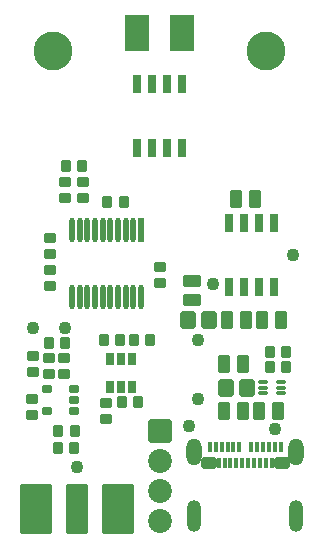
<source format=gts>
G04*
G04 #@! TF.GenerationSoftware,Altium Limited,Altium Designer,23.3.1 (30)*
G04*
G04 Layer_Color=8388736*
%FSLAX43Y43*%
%MOMM*%
G71*
G04*
G04 #@! TF.SameCoordinates,291B95C8-E4AE-492A-8979-900EF43719B7*
G04*
G04*
G04 #@! TF.FilePolarity,Negative*
G04*
G01*
G75*
G04:AMPARAMS|DCode=33|XSize=1.57mm|YSize=1.29mm|CornerRadius=0.169mm|HoleSize=0mm|Usage=FLASHONLY|Rotation=270.000|XOffset=0mm|YOffset=0mm|HoleType=Round|Shape=RoundedRectangle|*
%AMROUNDEDRECTD33*
21,1,1.570,0.952,0,0,270.0*
21,1,1.232,1.290,0,0,270.0*
1,1,0.338,-0.476,-0.616*
1,1,0.338,-0.476,0.616*
1,1,0.338,0.476,0.616*
1,1,0.338,0.476,-0.616*
%
%ADD33ROUNDEDRECTD33*%
G04:AMPARAMS|DCode=34|XSize=1.05mm|YSize=1.55mm|CornerRadius=0.145mm|HoleSize=0mm|Usage=FLASHONLY|Rotation=90.000|XOffset=0mm|YOffset=0mm|HoleType=Round|Shape=RoundedRectangle|*
%AMROUNDEDRECTD34*
21,1,1.050,1.260,0,0,90.0*
21,1,0.760,1.550,0,0,90.0*
1,1,0.290,0.630,0.380*
1,1,0.290,0.630,-0.380*
1,1,0.290,-0.630,-0.380*
1,1,0.290,-0.630,0.380*
%
%ADD34ROUNDEDRECTD34*%
%ADD35C,1.100*%
G04:AMPARAMS|DCode=36|XSize=2.1mm|YSize=3.1mm|CornerRadius=0.25mm|HoleSize=0mm|Usage=FLASHONLY|Rotation=180.000|XOffset=0mm|YOffset=0mm|HoleType=Round|Shape=RoundedRectangle|*
%AMROUNDEDRECTD36*
21,1,2.100,2.600,0,0,180.0*
21,1,1.600,3.100,0,0,180.0*
1,1,0.500,-0.800,1.300*
1,1,0.500,0.800,1.300*
1,1,0.500,0.800,-1.300*
1,1,0.500,-0.800,-1.300*
%
%ADD36ROUNDEDRECTD36*%
G04:AMPARAMS|DCode=37|XSize=0.7mm|YSize=1.6mm|CornerRadius=0.11mm|HoleSize=0mm|Usage=FLASHONLY|Rotation=0.000|XOffset=0mm|YOffset=0mm|HoleType=Round|Shape=RoundedRectangle|*
%AMROUNDEDRECTD37*
21,1,0.700,1.380,0,0,0.0*
21,1,0.480,1.600,0,0,0.0*
1,1,0.220,0.240,-0.690*
1,1,0.220,-0.240,-0.690*
1,1,0.220,-0.240,0.690*
1,1,0.220,0.240,0.690*
%
%ADD37ROUNDEDRECTD37*%
G04:AMPARAMS|DCode=38|XSize=0.8mm|YSize=1mm|CornerRadius=0.12mm|HoleSize=0mm|Usage=FLASHONLY|Rotation=180.000|XOffset=0mm|YOffset=0mm|HoleType=Round|Shape=RoundedRectangle|*
%AMROUNDEDRECTD38*
21,1,0.800,0.760,0,0,180.0*
21,1,0.560,1.000,0,0,180.0*
1,1,0.240,-0.280,0.380*
1,1,0.240,0.280,0.380*
1,1,0.240,0.280,-0.380*
1,1,0.240,-0.280,-0.380*
%
%ADD38ROUNDEDRECTD38*%
G04:AMPARAMS|DCode=39|XSize=0.8mm|YSize=1mm|CornerRadius=0.12mm|HoleSize=0mm|Usage=FLASHONLY|Rotation=270.000|XOffset=0mm|YOffset=0mm|HoleType=Round|Shape=RoundedRectangle|*
%AMROUNDEDRECTD39*
21,1,0.800,0.760,0,0,270.0*
21,1,0.560,1.000,0,0,270.0*
1,1,0.240,-0.380,-0.280*
1,1,0.240,-0.380,0.280*
1,1,0.240,0.380,0.280*
1,1,0.240,0.380,-0.280*
%
%ADD39ROUNDEDRECTD39*%
G04:AMPARAMS|DCode=40|XSize=1.88mm|YSize=4.29mm|CornerRadius=0.228mm|HoleSize=0mm|Usage=FLASHONLY|Rotation=180.000|XOffset=0mm|YOffset=0mm|HoleType=Round|Shape=RoundedRectangle|*
%AMROUNDEDRECTD40*
21,1,1.880,3.834,0,0,180.0*
21,1,1.424,4.290,0,0,180.0*
1,1,0.456,-0.712,1.917*
1,1,0.456,0.712,1.917*
1,1,0.456,0.712,-1.917*
1,1,0.456,-0.712,-1.917*
%
%ADD40ROUNDEDRECTD40*%
G04:AMPARAMS|DCode=41|XSize=2.765mm|YSize=4.29mm|CornerRadius=0.317mm|HoleSize=0mm|Usage=FLASHONLY|Rotation=180.000|XOffset=0mm|YOffset=0mm|HoleType=Round|Shape=RoundedRectangle|*
%AMROUNDEDRECTD41*
21,1,2.765,3.657,0,0,180.0*
21,1,2.132,4.290,0,0,180.0*
1,1,0.633,-1.066,1.829*
1,1,0.633,1.066,1.829*
1,1,0.633,1.066,-1.829*
1,1,0.633,-1.066,-1.829*
%
%ADD41ROUNDEDRECTD41*%
G04:AMPARAMS|DCode=42|XSize=0.85mm|YSize=1.06mm|CornerRadius=0.125mm|HoleSize=0mm|Usage=FLASHONLY|Rotation=0.000|XOffset=0mm|YOffset=0mm|HoleType=Round|Shape=RoundedRectangle|*
%AMROUNDEDRECTD42*
21,1,0.850,0.810,0,0,0.0*
21,1,0.600,1.060,0,0,0.0*
1,1,0.250,0.300,-0.405*
1,1,0.250,-0.300,-0.405*
1,1,0.250,-0.300,0.405*
1,1,0.250,0.300,0.405*
%
%ADD42ROUNDEDRECTD42*%
G04:AMPARAMS|DCode=43|XSize=1.05mm|YSize=1.55mm|CornerRadius=0.145mm|HoleSize=0mm|Usage=FLASHONLY|Rotation=180.000|XOffset=0mm|YOffset=0mm|HoleType=Round|Shape=RoundedRectangle|*
%AMROUNDEDRECTD43*
21,1,1.050,1.260,0,0,180.0*
21,1,0.760,1.550,0,0,180.0*
1,1,0.290,-0.380,0.630*
1,1,0.290,0.380,0.630*
1,1,0.290,0.380,-0.630*
1,1,0.290,-0.380,-0.630*
%
%ADD43ROUNDEDRECTD43*%
G04:AMPARAMS|DCode=44|XSize=0.4mm|YSize=0.8mm|CornerRadius=0.08mm|HoleSize=0mm|Usage=FLASHONLY|Rotation=0.000|XOffset=0mm|YOffset=0mm|HoleType=Round|Shape=RoundedRectangle|*
%AMROUNDEDRECTD44*
21,1,0.400,0.640,0,0,0.0*
21,1,0.240,0.800,0,0,0.0*
1,1,0.160,0.120,-0.320*
1,1,0.160,-0.120,-0.320*
1,1,0.160,-0.120,0.320*
1,1,0.160,0.120,0.320*
%
%ADD44ROUNDEDRECTD44*%
G04:AMPARAMS|DCode=45|XSize=1.3mm|YSize=1mm|CornerRadius=0.22mm|HoleSize=0mm|Usage=FLASHONLY|Rotation=0.000|XOffset=0mm|YOffset=0mm|HoleType=Round|Shape=RoundedRectangle|*
%AMROUNDEDRECTD45*
21,1,1.300,0.560,0,0,0.0*
21,1,0.860,1.000,0,0,0.0*
1,1,0.440,0.430,-0.280*
1,1,0.440,-0.430,-0.280*
1,1,0.440,-0.430,0.280*
1,1,0.440,0.430,0.280*
%
%ADD45ROUNDEDRECTD45*%
G04:AMPARAMS|DCode=46|XSize=0.65mm|YSize=0.9mm|CornerRadius=0.105mm|HoleSize=0mm|Usage=FLASHONLY|Rotation=270.000|XOffset=0mm|YOffset=0mm|HoleType=Round|Shape=RoundedRectangle|*
%AMROUNDEDRECTD46*
21,1,0.650,0.690,0,0,270.0*
21,1,0.440,0.900,0,0,270.0*
1,1,0.210,-0.345,-0.220*
1,1,0.210,-0.345,0.220*
1,1,0.210,0.345,0.220*
1,1,0.210,0.345,-0.220*
%
%ADD46ROUNDEDRECTD46*%
G04:AMPARAMS|DCode=47|XSize=0.7mm|YSize=1.05mm|CornerRadius=0.11mm|HoleSize=0mm|Usage=FLASHONLY|Rotation=180.000|XOffset=0mm|YOffset=0mm|HoleType=Round|Shape=RoundedRectangle|*
%AMROUNDEDRECTD47*
21,1,0.700,0.830,0,0,180.0*
21,1,0.480,1.050,0,0,180.0*
1,1,0.220,-0.240,0.415*
1,1,0.220,0.240,0.415*
1,1,0.220,0.240,-0.415*
1,1,0.220,-0.240,-0.415*
%
%ADD47ROUNDEDRECTD47*%
%ADD48R,0.521X2.055*%
G04:AMPARAMS|DCode=49|XSize=2.055mm|YSize=0.521mm|CornerRadius=0.26mm|HoleSize=0mm|Usage=FLASHONLY|Rotation=270.000|XOffset=0mm|YOffset=0mm|HoleType=Round|Shape=RoundedRectangle|*
%AMROUNDEDRECTD49*
21,1,2.055,0.000,0,0,270.0*
21,1,1.534,0.521,0,0,270.0*
1,1,0.521,0.000,-0.767*
1,1,0.521,0.000,0.767*
1,1,0.521,0.000,0.767*
1,1,0.521,0.000,-0.767*
%
%ADD49ROUNDEDRECTD49*%
G04:AMPARAMS|DCode=50|XSize=0.4mm|YSize=0.77mm|CornerRadius=0.08mm|HoleSize=0mm|Usage=FLASHONLY|Rotation=90.000|XOffset=0mm|YOffset=0mm|HoleType=Round|Shape=RoundedRectangle|*
%AMROUNDEDRECTD50*
21,1,0.400,0.610,0,0,90.0*
21,1,0.240,0.770,0,0,90.0*
1,1,0.160,0.305,0.120*
1,1,0.160,0.305,-0.120*
1,1,0.160,-0.305,-0.120*
1,1,0.160,-0.305,0.120*
%
%ADD50ROUNDEDRECTD50*%
G04:AMPARAMS|DCode=51|XSize=0.85mm|YSize=1.06mm|CornerRadius=0.125mm|HoleSize=0mm|Usage=FLASHONLY|Rotation=270.000|XOffset=0mm|YOffset=0mm|HoleType=Round|Shape=RoundedRectangle|*
%AMROUNDEDRECTD51*
21,1,0.850,0.810,0,0,270.0*
21,1,0.600,1.060,0,0,270.0*
1,1,0.250,-0.405,-0.300*
1,1,0.250,-0.405,0.300*
1,1,0.250,0.405,0.300*
1,1,0.250,0.405,-0.300*
%
%ADD51ROUNDEDRECTD51*%
%ADD52C,3.300*%
%ADD53C,2.025*%
G04:AMPARAMS|DCode=54|XSize=2.025mm|YSize=2.025mm|CornerRadius=0.242mm|HoleSize=0mm|Usage=FLASHONLY|Rotation=270.000|XOffset=0mm|YOffset=0mm|HoleType=Round|Shape=RoundedRectangle|*
%AMROUNDEDRECTD54*
21,1,2.025,1.540,0,0,270.0*
21,1,1.540,2.025,0,0,270.0*
1,1,0.485,-0.770,-0.770*
1,1,0.485,-0.770,0.770*
1,1,0.485,0.770,0.770*
1,1,0.485,0.770,-0.770*
%
%ADD54ROUNDEDRECTD54*%
%ADD55O,1.303X2.303*%
%ADD56O,1.200X2.700*%
D33*
X14860Y18750D02*
D03*
X16640D02*
D03*
X18110Y13000D02*
D03*
X19890D02*
D03*
D34*
X15250Y22050D02*
D03*
Y20450D02*
D03*
D35*
X15750Y17000D02*
D03*
X15000Y9750D02*
D03*
X23750Y24200D02*
D03*
X17000Y21750D02*
D03*
X5500Y6250D02*
D03*
X1750Y18000D02*
D03*
X4500D02*
D03*
X15750Y12000D02*
D03*
X22250Y9500D02*
D03*
D36*
X10595Y43000D02*
D03*
X14405D02*
D03*
D37*
Y38700D02*
D03*
X13135D02*
D03*
X11865D02*
D03*
X10595D02*
D03*
X14405Y33300D02*
D03*
X13135D02*
D03*
X11865D02*
D03*
X10595D02*
D03*
X22155Y26950D02*
D03*
X20885Y26950D02*
D03*
X19615D02*
D03*
X18345D02*
D03*
X22155Y21550D02*
D03*
X20885D02*
D03*
X19615D02*
D03*
X18345D02*
D03*
D38*
X5935Y31750D02*
D03*
X4565D02*
D03*
X10315Y17000D02*
D03*
X11685D02*
D03*
X9185D02*
D03*
X7815D02*
D03*
X3915Y7900D02*
D03*
X5285Y7900D02*
D03*
X23185Y16000D02*
D03*
X21815D02*
D03*
Y14750D02*
D03*
X23185D02*
D03*
D39*
X6000Y30435D02*
D03*
Y29065D02*
D03*
X4500Y30435D02*
D03*
Y29065D02*
D03*
X1750Y15685D02*
D03*
Y14315D02*
D03*
X4400Y15535D02*
D03*
Y14165D02*
D03*
X3100Y14165D02*
D03*
Y15535D02*
D03*
X8000Y10315D02*
D03*
Y11685D02*
D03*
X3250Y22935D02*
D03*
X3250Y21565D02*
D03*
X12500Y23185D02*
D03*
Y21815D02*
D03*
D40*
X5500Y2750D02*
D03*
D41*
X2008D02*
D03*
X8992D02*
D03*
D42*
X3100Y16750D02*
D03*
X4500D02*
D03*
X3900Y9300D02*
D03*
X5300Y9300D02*
D03*
X9300Y11750D02*
D03*
X10700D02*
D03*
X8050Y28750D02*
D03*
X9450D02*
D03*
D43*
X18950Y29000D02*
D03*
X20550Y29000D02*
D03*
X19800Y18750D02*
D03*
X18200Y18750D02*
D03*
X21200Y18750D02*
D03*
X22800D02*
D03*
X20950Y11000D02*
D03*
X22550D02*
D03*
X19550Y15000D02*
D03*
X17950D02*
D03*
X19550Y11000D02*
D03*
X17950D02*
D03*
D44*
X16750Y7960D02*
D03*
X17250D02*
D03*
X17750D02*
D03*
X18250D02*
D03*
X18750D02*
D03*
X19250Y7960D02*
D03*
X20250D02*
D03*
X20750Y7960D02*
D03*
X21250D02*
D03*
X21750D02*
D03*
X22250D02*
D03*
X22750D02*
D03*
X22000Y6610D02*
D03*
X21500D02*
D03*
X21000D02*
D03*
X20500D02*
D03*
X20000D02*
D03*
X19500D02*
D03*
X19000D02*
D03*
X18500D02*
D03*
X18000D02*
D03*
X17500D02*
D03*
D45*
X22850D02*
D03*
X16650D02*
D03*
D46*
X2950Y11000D02*
D03*
X2950Y12900D02*
D03*
X5250D02*
D03*
Y11950D02*
D03*
Y11000D02*
D03*
D47*
X8300Y15440D02*
D03*
X9250D02*
D03*
X10200D02*
D03*
Y13060D02*
D03*
X9250D02*
D03*
X8300D02*
D03*
D48*
X10925Y26375D02*
D03*
D49*
X10275D02*
D03*
X9625D02*
D03*
X8975D02*
D03*
X8325D02*
D03*
X7675D02*
D03*
X7025D02*
D03*
X6375D02*
D03*
X5725D02*
D03*
X5075D02*
D03*
Y20625D02*
D03*
X5725D02*
D03*
X6375D02*
D03*
X7025D02*
D03*
X7675D02*
D03*
X8325D02*
D03*
X8975D02*
D03*
X9625D02*
D03*
X10275D02*
D03*
X10925D02*
D03*
D50*
X21260Y13500D02*
D03*
Y13000D02*
D03*
X21260Y12500D02*
D03*
X22740D02*
D03*
X22740Y13000D02*
D03*
Y13500D02*
D03*
D51*
X3250Y25700D02*
D03*
Y24300D02*
D03*
X1700Y10650D02*
D03*
Y12050D02*
D03*
D52*
X21500Y41500D02*
D03*
X3500Y41500D02*
D03*
D53*
X12500Y1690D02*
D03*
Y4230D02*
D03*
Y6770D02*
D03*
D54*
Y9310D02*
D03*
D55*
X24070Y7500D02*
D03*
X15430D02*
D03*
D56*
X24070Y2140D02*
D03*
X15430D02*
D03*
M02*

</source>
